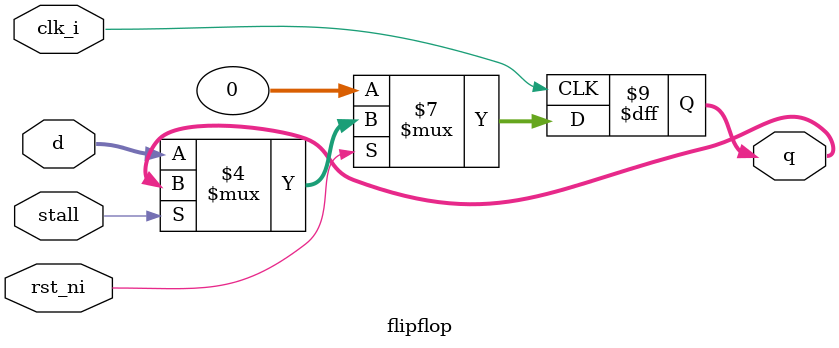
<source format=sv>
module flipflop
    (
     input logic clk_i, rst_ni,
     input logic [31:0] d,
     input logic stall,

     output logic [31:0] q
    );

    always_ff @(posedge clk_i)
    begin
        if (!rst_ni) q <= 0;
        else if (!stall) q<=d;
    end        
endmodule : flipflop

</source>
